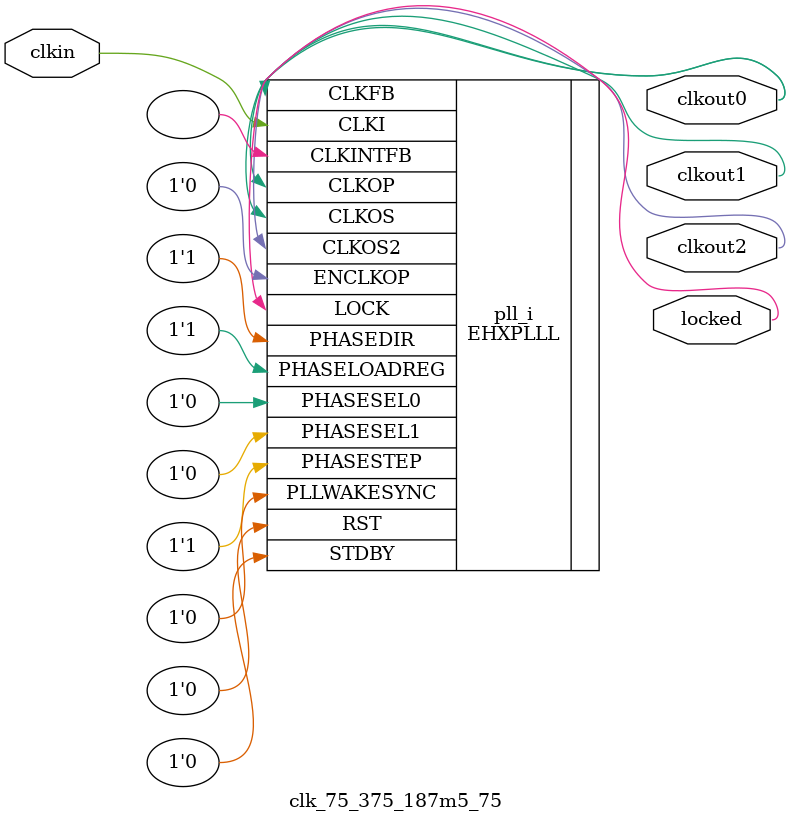
<source format=v>
module top
(
	// input wire btn,
	// output wire[7:0] led,
	inout [3:0] gpdi_in,
	inout [3:0] gpdi_out,
	inout [3:0] gpdi_out_secondary,
);

// gpdi_out[1] is inverted
// gpdi_out[2] is inverted
// gpdi_out[3] is inverted
// gpdi_in[0] is inverted
// gpdi_in[3] is inverted

// clock generator
wire locked;
wire clk_shift;
wire clk_shift_half;
wire clk_pixel;
clk_75_375_187m5_75
clock_instance
(
  .locked(locked),
	.clkin(gpdi_in[3]),
	.clkout0(clk_shift),
	.clkout1(clk_shift_half),
	.clkout2(clk_pixel)
);

reg rst = 0;
reg [3:0] q_r;
reg [3:0] q_g;
reg [3:0] q_b;
reg [3:0] q_clk;

reg [3:0] d_r;
reg [3:0] d_g;
reg [3:0] d_b;
reg [3:0] d_clk;

// Forward the pixel clock, but delay it
wire clk_out_z;
DELAYG #(
  .DEL_VALUE(25),
)
delay_clk(
  .A(clk_pixel),
  .Z(clk_out_z)
);
assign gpdi_out[3] = clk_out_z;
assign gpdi_out_secondary[3] = clk_out_z;


// Input DDR2x
parameter d_delay = 0;
wire [2:0] gpdi_in_z;

DELAYF #(
  .DEL_VALUE(d_delay),
)
delay_in2(
  .A(gpdi_in[2]),
  .LOADN(1),
  .MOVE(0),
  .DIRECTION(0),
  .Z(gpdi_in_z[2])
);

IDDRX2F iddr2x_r(
  .SCLK(clk_shift_half),
  .ECLK(clk_shift),
  .D(gpdi_in_z[2]),
  .RST(rst),
  .Q0(q_r[0]),
  .Q1(q_r[1]),
  .Q2(q_r[2]),
  .Q3(q_r[3]),
);

DELAYF #(
  .DEL_VALUE(d_delay),
)
delay_in1(
  .A(gpdi_in[1]),
  .LOADN(1),
  .MOVE(0),
  .DIRECTION(0),
  .Z(gpdi_in_z[1])
);
IDDRX2F iddr2x_g(
  .SCLK(clk_shift_half),
  .ECLK(clk_shift),
  .D(gpdi_in_z[1]),
  .RST(rst),
  .Q0(q_g[0]),
  .Q1(q_g[1]),
  .Q2(q_g[2]),
  .Q3(q_g[3]),
);

DELAYF #(
  .DEL_VALUE(d_delay),
)
delay_in0(
  .A(gpdi_in[0]),
  .LOADN(1),
  .MOVE(0),
  .DIRECTION(0),
  .Z(gpdi_in_z[0])
);
IDDRX2F iddr2x_b(
  .SCLK(clk_shift_half),
  .ECLK(clk_shift),
  .D(gpdi_in_z[0]),
  .RST(rst),
  .Q0(q_b[0]),
  .Q1(q_b[1]),
  .Q2(q_b[2]),
  .Q3(q_b[3]),
);

// Output DDR2x to primary
parameter phase_shift = 0;
ODDRX2F oddr2x_r(
  .SCLK(clk_shift_half),
  .ECLK(clk_shift),
  .D0(~shift_r[(phase_shift + 0) % 10]),
  .D1(~shift_r[(phase_shift + 1) % 10]),
  .D2(~shift_r[(phase_shift + 2) % 10]),
  .D3(~shift_r[(phase_shift + 3) % 10]),
  .RST(rst),
  .Q(gpdi_out[2]),
);

ODDRX2F oddr2x_g(
  .SCLK(clk_shift_half),
  .ECLK(clk_shift),
  .D0(~shift_g[(phase_shift + 0) % 10]),
  .D1(~shift_g[(phase_shift + 1) % 10]),
  .D2(~shift_g[(phase_shift + 2) % 10]),
  .D3(~shift_g[(phase_shift + 3) % 10]),
  .RST(rst),
  .Q(gpdi_out[1]),
);

ODDRX2F oddr2x_b(
  .SCLK(clk_shift_half),
  .ECLK(clk_shift),
  .D0(shift_b[(phase_shift + 0) % 10]),
  .D1(shift_b[(phase_shift + 1) % 10]),
  .D2(shift_b[(phase_shift + 2) % 10]),
  .D3(shift_b[(phase_shift + 3) % 10]),
  .RST(rst),
  .Q(gpdi_out[0]),
);

// ODDRX2F oddr2x_clk(
//   .SCLK(clk_shift_half),
//   .ECLK(clk_shift),
//   .D0(shift_clk[0]),
//   .D1(shift_clk[1]),
//   .D2(shift_clk[2]),
//   .D3(shift_clk[3]),
//   .RST(rst),
//   .Q(gpdi_out[3]),
// );

// Output DDR2x to secondary
// ODDRX2F oddr2x_r_second(
//   .SCLK(clk_shift_half),
//   .ECLK(clk_shift),
//   .D0(shift_r_second[0]),
//   .D1(shift_r_second[1]),
//   .D2(shift_r_second[2]),
//   .D3(shift_r_second[3]),
//   .RST(rst),
//   .Q(gpdi_out_secondary[2]),
// );

// ODDRX2F oddr2x_g_second(
//   .SCLK(clk_shift_half),
//   .ECLK(clk_shift),
//   .D0(shift_g_second[0]),
//   .D1(shift_g_second[1]),
//   .D2(shift_g_second[2]),
//   .D3(shift_g_second[3]),
//   .RST(rst),
//   .Q(gpdi_out_secondary[1]),
// );

// ODDRX2F oddr2x_b_second(
//   .SCLK(clk_shift_half),
//   .ECLK(clk_shift),
//   .D0(shift_b_second[0]),
//   .D1(shift_b_second[1]),
//   .D2(shift_b_second[2]),
//   .D3(shift_b_second[3]),
//   .RST(rst),
//   .Q(gpdi_out_secondary[0]),
// );

// ODDRX2F oddr2x_clk_second(
//   .SCLK(clk_shift_half),
//   .ECLK(clk_shift),
//   .D0(shift_clk_second[0]),
//   .D1(shift_clk_second[1]),
//   .D2(shift_clk_second[2]),
//   .D3(shift_clk_second[3]),
//   .RST(rst),
//   .Q(gpdi_out_secondary[3]),
// );



reg [9:0] shift_r,   shift_r_second = 0;
reg [9:0] shift_g,   shift_g_second = 0;
reg [9:0] shift_b,   shift_b_second = 0;
reg [9:0] shift_clk, shift_clk_second = 0;
always @(posedge clk_shift_half) begin
  shift_r   <= {shift_r[5:0],   q_r};
  shift_g   <= {shift_g[5:0],   q_g};
  shift_b   <= {shift_b[5:0],   ~q_b};

  // shift_r_second <= shift_r;
  // shift_g_second <= shift_g;
  // shift_b_second <= shift_b;
  // shift_clk_second <= shift_clk;

  // This isn't really correct...
  // shift_clk <= {shift_clk[5:0], clk_pixel, clk_pixel, clk_pixel, clk_pixel};
end


endmodule



module clk_75_375_187m5_75
(
    input clkin, // 75 MHz, 0 deg
    output clkout0, // 375 MHz, 0 deg
    output clkout1, // 187.5 MHz, 0 deg
    output clkout2, // 75 MHz, 0 deg
    output locked
);
(* FREQUENCY_PIN_CLKI="75" *)
(* FREQUENCY_PIN_CLKOP="375" *)
(* FREQUENCY_PIN_CLKOS="187.5" *)
(* FREQUENCY_PIN_CLKOS2="75" *)
(* ICP_CURRENT="12" *) (* LPF_RESISTOR="8" *) (* MFG_ENABLE_FILTEROPAMP="1" *) (* MFG_GMCREF_SEL="2" *)
EHXPLLL #(
        .PLLRST_ENA("DISABLED"),
        .INTFB_WAKE("DISABLED"),
        .STDBY_ENABLE("DISABLED"),
        .DPHASE_SOURCE("DISABLED"),
        .OUTDIVIDER_MUXA("DIVA"),
        .OUTDIVIDER_MUXB("DIVB"),
        .OUTDIVIDER_MUXC("DIVC"),
        .OUTDIVIDER_MUXD("DIVD"),
        .CLKI_DIV(1),
        .CLKOP_ENABLE("ENABLED"),
        .CLKOP_DIV(2),
        .CLKOP_CPHASE(0),
        .CLKOP_FPHASE(0),
        .CLKOS_ENABLE("ENABLED"),
        .CLKOS_DIV(4),
        .CLKOS_CPHASE(0),
        .CLKOS_FPHASE(0),
        .CLKOS2_ENABLE("ENABLED"),
        .CLKOS2_DIV(10),
        .CLKOS2_CPHASE(0),
        .CLKOS2_FPHASE(0),
        .FEEDBK_PATH("CLKOP"),
        .CLKFB_DIV(5)
    ) pll_i (
        .RST(1'b0),
        .STDBY(1'b0),
        .CLKI(clkin),
        .CLKOP(clkout0),
        .CLKOS(clkout1),
        .CLKOS2(clkout2),
        .CLKFB(clkout0),
        .CLKINTFB(),
        .PHASESEL0(1'b0),
        .PHASESEL1(1'b0),
        .PHASEDIR(1'b1),
        .PHASESTEP(1'b1),
        .PHASELOADREG(1'b1),
        .PLLWAKESYNC(1'b0),
        .ENCLKOP(1'b0),
        .LOCK(locked)
	);
endmodule

</source>
